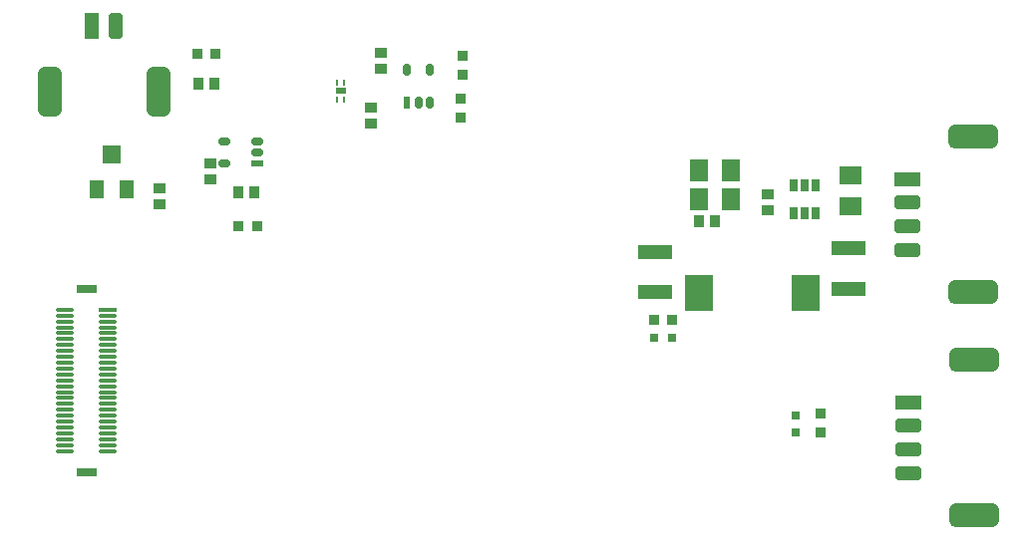
<source format=gtp>
G04*
G04 #@! TF.GenerationSoftware,Altium Limited,Altium Designer,18.0.12 (696)*
G04*
G04 Layer_Color=8421504*
%FSLAX25Y25*%
%MOIN*%
G70*
G01*
G75*
%ADD15R,0.03150X0.03150*%
%ADD16R,0.03347X0.03347*%
%ADD17R,0.03347X0.03347*%
%ADD18R,0.03150X0.03150*%
%ADD19R,0.03937X0.03543*%
%ADD20R,0.02559X0.04331*%
G04:AMPARAMS|DCode=21|XSize=47.24mil|YSize=86.61mil|CornerRadius=11.81mil|HoleSize=0mil|Usage=FLASHONLY|Rotation=270.000|XOffset=0mil|YOffset=0mil|HoleType=Round|Shape=RoundedRectangle|*
%AMROUNDEDRECTD21*
21,1,0.04724,0.06299,0,0,270.0*
21,1,0.02362,0.08661,0,0,270.0*
1,1,0.02362,-0.03150,-0.01181*
1,1,0.02362,-0.03150,0.01181*
1,1,0.02362,0.03150,0.01181*
1,1,0.02362,0.03150,-0.01181*
%
%ADD21ROUNDEDRECTD21*%
%ADD22R,0.08661X0.04724*%
G04:AMPARAMS|DCode=23|XSize=78.74mil|YSize=165.35mil|CornerRadius=19.68mil|HoleSize=0mil|Usage=FLASHONLY|Rotation=270.000|XOffset=0mil|YOffset=0mil|HoleType=Round|Shape=RoundedRectangle|*
%AMROUNDEDRECTD23*
21,1,0.07874,0.12598,0,0,270.0*
21,1,0.03937,0.16535,0,0,270.0*
1,1,0.03937,-0.06299,-0.01968*
1,1,0.03937,-0.06299,0.01968*
1,1,0.03937,0.06299,0.01968*
1,1,0.03937,0.06299,-0.01968*
%
%ADD23ROUNDEDRECTD23*%
%ADD24R,0.07087X0.03150*%
%ADD25O,0.06299X0.01181*%
%ADD26R,0.06299X0.01181*%
%ADD27R,0.03937X0.02362*%
G04:AMPARAMS|DCode=28|XSize=23.62mil|YSize=39.37mil|CornerRadius=5.91mil|HoleSize=0mil|Usage=FLASHONLY|Rotation=270.000|XOffset=0mil|YOffset=0mil|HoleType=Round|Shape=RoundedRectangle|*
%AMROUNDEDRECTD28*
21,1,0.02362,0.02756,0,0,270.0*
21,1,0.01181,0.03937,0,0,270.0*
1,1,0.01181,-0.01378,-0.00591*
1,1,0.01181,-0.01378,0.00591*
1,1,0.01181,0.01378,0.00591*
1,1,0.01181,0.01378,-0.00591*
%
%ADD28ROUNDEDRECTD28*%
%ADD29R,0.09646X0.12205*%
%ADD30R,0.05906X0.07284*%
%ADD31R,0.11417X0.04921*%
%ADD32R,0.03543X0.03937*%
%ADD33R,0.07284X0.05906*%
G04:AMPARAMS|DCode=34|XSize=23.62mil|YSize=39.37mil|CornerRadius=5.91mil|HoleSize=0mil|Usage=FLASHONLY|Rotation=180.000|XOffset=0mil|YOffset=0mil|HoleType=Round|Shape=RoundedRectangle|*
%AMROUNDEDRECTD34*
21,1,0.02362,0.02756,0,0,180.0*
21,1,0.01181,0.03937,0,0,180.0*
1,1,0.01181,-0.00591,0.01378*
1,1,0.01181,0.00591,0.01378*
1,1,0.01181,0.00591,-0.01378*
1,1,0.01181,-0.00591,-0.01378*
%
%ADD34ROUNDEDRECTD34*%
%ADD35R,0.02362X0.03937*%
%ADD36R,0.05118X0.06299*%
%ADD37R,0.06299X0.06299*%
G04:AMPARAMS|DCode=38|XSize=47.24mil|YSize=86.61mil|CornerRadius=11.81mil|HoleSize=0mil|Usage=FLASHONLY|Rotation=0.000|XOffset=0mil|YOffset=0mil|HoleType=Round|Shape=RoundedRectangle|*
%AMROUNDEDRECTD38*
21,1,0.04724,0.06299,0,0,0.0*
21,1,0.02362,0.08661,0,0,0.0*
1,1,0.02362,0.01181,-0.03150*
1,1,0.02362,-0.01181,-0.03150*
1,1,0.02362,-0.01181,0.03150*
1,1,0.02362,0.01181,0.03150*
%
%ADD38ROUNDEDRECTD38*%
%ADD39R,0.04724X0.08661*%
G04:AMPARAMS|DCode=40|XSize=78.74mil|YSize=165.35mil|CornerRadius=19.68mil|HoleSize=0mil|Usage=FLASHONLY|Rotation=0.000|XOffset=0mil|YOffset=0mil|HoleType=Round|Shape=RoundedRectangle|*
%AMROUNDEDRECTD40*
21,1,0.07874,0.12598,0,0,0.0*
21,1,0.03937,0.16535,0,0,0.0*
1,1,0.03937,0.01968,-0.06299*
1,1,0.03937,-0.01968,-0.06299*
1,1,0.03937,-0.01968,0.06299*
1,1,0.03937,0.01968,0.06299*
%
%ADD40ROUNDEDRECTD40*%
%ADD41R,0.03386X0.01968*%
%ADD42R,0.00984X0.01968*%
D15*
X246114Y41535D02*
D03*
Y35630D02*
D03*
D16*
X254367Y35827D02*
D03*
Y41929D02*
D03*
X134743Y155488D02*
D03*
Y161590D02*
D03*
X134252Y141217D02*
D03*
Y147319D02*
D03*
D17*
X198713Y73343D02*
D03*
X204815D02*
D03*
X59941Y104724D02*
D03*
X66043D02*
D03*
X46161Y162492D02*
D03*
X52264D02*
D03*
D18*
X198902Y67405D02*
D03*
X204807D02*
D03*
D19*
X50492Y120366D02*
D03*
Y125681D02*
D03*
X236710Y110138D02*
D03*
Y115453D02*
D03*
X104331Y144390D02*
D03*
Y139075D02*
D03*
X107480Y162771D02*
D03*
Y157457D02*
D03*
X33465Y117512D02*
D03*
Y112197D02*
D03*
D20*
X245472Y118504D02*
D03*
X249213D02*
D03*
X252953D02*
D03*
Y109055D02*
D03*
X249213D02*
D03*
X245472D02*
D03*
D21*
X283465Y112598D02*
D03*
Y104724D02*
D03*
Y96850D02*
D03*
X283957Y22146D02*
D03*
Y30020D02*
D03*
Y37894D02*
D03*
D22*
X283465Y120473D02*
D03*
X283957Y45768D02*
D03*
D23*
X305433Y134646D02*
D03*
Y82677D02*
D03*
X305925Y7972D02*
D03*
Y59941D02*
D03*
D24*
X9055Y83858D02*
D03*
Y22441D02*
D03*
D25*
X1969Y76772D02*
D03*
Y74803D02*
D03*
Y72835D02*
D03*
Y70866D02*
D03*
Y68898D02*
D03*
Y66929D02*
D03*
Y64961D02*
D03*
Y62992D02*
D03*
Y61024D02*
D03*
Y59055D02*
D03*
Y57087D02*
D03*
Y55118D02*
D03*
Y53150D02*
D03*
Y51181D02*
D03*
Y49213D02*
D03*
Y47244D02*
D03*
Y45276D02*
D03*
Y43307D02*
D03*
Y41339D02*
D03*
Y39370D02*
D03*
Y37402D02*
D03*
Y35433D02*
D03*
Y33465D02*
D03*
Y31496D02*
D03*
Y29528D02*
D03*
X16142D02*
D03*
Y31496D02*
D03*
Y33465D02*
D03*
Y35433D02*
D03*
Y37402D02*
D03*
Y39370D02*
D03*
Y41339D02*
D03*
Y43307D02*
D03*
Y45276D02*
D03*
Y47244D02*
D03*
Y49213D02*
D03*
Y51181D02*
D03*
Y53150D02*
D03*
Y55118D02*
D03*
Y57087D02*
D03*
Y59055D02*
D03*
Y61024D02*
D03*
Y62992D02*
D03*
Y64961D02*
D03*
Y66929D02*
D03*
Y68898D02*
D03*
Y70866D02*
D03*
Y72835D02*
D03*
Y74803D02*
D03*
D26*
Y76772D02*
D03*
D27*
X66043Y125681D02*
D03*
D28*
Y129421D02*
D03*
Y133161D02*
D03*
X55216D02*
D03*
Y125681D02*
D03*
D29*
X249581Y82284D02*
D03*
X213951D02*
D03*
D30*
X213951Y123519D02*
D03*
X224385D02*
D03*
X224384Y113779D02*
D03*
X213951D02*
D03*
D31*
X199213Y82579D02*
D03*
Y96161D02*
D03*
X263779Y97342D02*
D03*
Y83760D02*
D03*
D32*
X219193Y106299D02*
D03*
X213878D02*
D03*
X59941Y116142D02*
D03*
X65256D02*
D03*
X46555Y152256D02*
D03*
X51870D02*
D03*
D33*
X264567Y111319D02*
D03*
Y121752D02*
D03*
D34*
X116339Y156988D02*
D03*
X123819D02*
D03*
Y146161D02*
D03*
X120079D02*
D03*
D35*
X116339D02*
D03*
D36*
X22441Y117217D02*
D03*
X12441D02*
D03*
D37*
X17441Y128634D02*
D03*
D38*
X18898Y171653D02*
D03*
D39*
X11024D02*
D03*
D40*
X-3150Y149685D02*
D03*
X33071D02*
D03*
D41*
X94095Y149976D02*
D03*
D42*
X95276Y147122D02*
D03*
X92913D02*
D03*
Y152791D02*
D03*
X95276D02*
D03*
M02*

</source>
